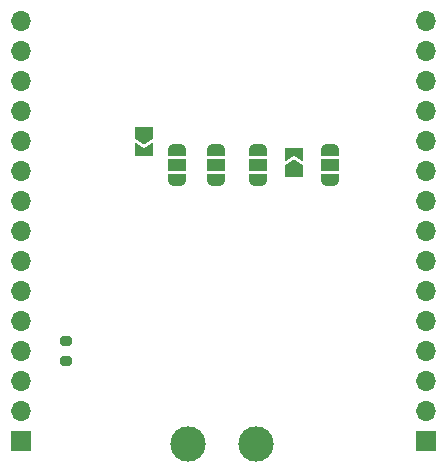
<source format=gbr>
%TF.GenerationSoftware,KiCad,Pcbnew,6.0.6*%
%TF.CreationDate,2022-11-11T11:54:06+01:00*%
%TF.ProjectId,KnxBoard,4b6e7842-6f61-4726-942e-6b696361645f,rev?*%
%TF.SameCoordinates,Original*%
%TF.FileFunction,Soldermask,Bot*%
%TF.FilePolarity,Negative*%
%FSLAX46Y46*%
G04 Gerber Fmt 4.6, Leading zero omitted, Abs format (unit mm)*
G04 Created by KiCad (PCBNEW 6.0.6) date 2022-11-11 11:54:06*
%MOMM*%
%LPD*%
G01*
G04 APERTURE LIST*
G04 Aperture macros list*
%AMRoundRect*
0 Rectangle with rounded corners*
0 $1 Rounding radius*
0 $2 $3 $4 $5 $6 $7 $8 $9 X,Y pos of 4 corners*
0 Add a 4 corners polygon primitive as box body*
4,1,4,$2,$3,$4,$5,$6,$7,$8,$9,$2,$3,0*
0 Add four circle primitives for the rounded corners*
1,1,$1+$1,$2,$3*
1,1,$1+$1,$4,$5*
1,1,$1+$1,$6,$7*
1,1,$1+$1,$8,$9*
0 Add four rect primitives between the rounded corners*
20,1,$1+$1,$2,$3,$4,$5,0*
20,1,$1+$1,$4,$5,$6,$7,0*
20,1,$1+$1,$6,$7,$8,$9,0*
20,1,$1+$1,$8,$9,$2,$3,0*%
%AMFreePoly0*
4,1,22,0.550000,-0.750000,0.000000,-0.750000,0.000000,-0.745033,-0.079941,-0.743568,-0.215256,-0.701293,-0.333266,-0.622738,-0.424486,-0.514219,-0.481581,-0.384460,-0.499164,-0.250000,-0.500000,-0.250000,-0.500000,0.250000,-0.499164,0.250000,-0.499963,0.256109,-0.478152,0.396186,-0.417904,0.524511,-0.324060,0.630769,-0.204165,0.706417,-0.067858,0.745374,0.000000,0.744959,0.000000,0.750000,
0.550000,0.750000,0.550000,-0.750000,0.550000,-0.750000,$1*%
%AMFreePoly1*
4,1,20,0.000000,0.744959,0.073905,0.744508,0.209726,0.703889,0.328688,0.626782,0.421226,0.519385,0.479903,0.390333,0.500000,0.250000,0.500000,-0.250000,0.499851,-0.262216,0.476331,-0.402017,0.414519,-0.529596,0.319384,-0.634700,0.198574,-0.708877,0.061801,-0.746166,0.000000,-0.745033,0.000000,-0.750000,-0.550000,-0.750000,-0.550000,0.750000,0.000000,0.750000,0.000000,0.744959,
0.000000,0.744959,$1*%
%AMFreePoly2*
4,1,6,1.000000,0.000000,0.500000,-0.750000,-0.500000,-0.750000,-0.500000,0.750000,0.500000,0.750000,1.000000,0.000000,1.000000,0.000000,$1*%
%AMFreePoly3*
4,1,6,0.500000,-0.750000,-0.650000,-0.750000,-0.150000,0.000000,-0.650000,0.750000,0.500000,0.750000,0.500000,-0.750000,0.500000,-0.750000,$1*%
G04 Aperture macros list end*
%ADD10R,1.700000X1.700000*%
%ADD11O,1.700000X1.700000*%
%ADD12C,3.000000*%
%ADD13RoundRect,0.200000X-0.275000X0.200000X-0.275000X-0.200000X0.275000X-0.200000X0.275000X0.200000X0*%
%ADD14FreePoly0,90.000000*%
%ADD15R,1.500000X1.000000*%
%ADD16FreePoly1,90.000000*%
%ADD17FreePoly2,270.000000*%
%ADD18FreePoly3,270.000000*%
%ADD19FreePoly2,90.000000*%
%ADD20FreePoly3,90.000000*%
G04 APERTURE END LIST*
D10*
%TO.C,J1*%
X120650000Y-72390000D03*
D11*
X120650000Y-69850000D03*
X120650000Y-67310000D03*
X120650000Y-64770000D03*
X120650000Y-62230000D03*
X120650000Y-59690000D03*
X120650000Y-57150000D03*
X120650000Y-54610000D03*
X120650000Y-52070000D03*
X120650000Y-49530000D03*
X120650000Y-46990000D03*
X120650000Y-44450000D03*
X120650000Y-41910000D03*
X120650000Y-39370000D03*
X120650000Y-36830000D03*
%TD*%
D10*
%TO.C,J2*%
X86360000Y-72390000D03*
D11*
X86360000Y-69850000D03*
X86360000Y-67310000D03*
X86360000Y-64770000D03*
X86360000Y-62230000D03*
X86360000Y-59690000D03*
X86360000Y-57150000D03*
X86360000Y-54610000D03*
X86360000Y-52070000D03*
X86360000Y-49530000D03*
X86360000Y-46990000D03*
X86360000Y-44450000D03*
X86360000Y-41910000D03*
X86360000Y-39370000D03*
X86360000Y-36830000D03*
%TD*%
D12*
%TO.C,J4*%
X100503000Y-72634000D03*
X106253000Y-72634000D03*
%TD*%
D13*
%TO.C,R3*%
X90170000Y-63945000D03*
X90170000Y-65595000D03*
%TD*%
D14*
%TO.C,JP4*%
X112522000Y-50322000D03*
D15*
X112522000Y-49022000D03*
D16*
X112522000Y-47722000D03*
%TD*%
D17*
%TO.C,JP7*%
X96774000Y-46265000D03*
D18*
X96774000Y-47715000D03*
%TD*%
D14*
%TO.C,JP2*%
X102870000Y-50322000D03*
D15*
X102870000Y-49022000D03*
D16*
X102870000Y-47722000D03*
%TD*%
D14*
%TO.C,JP1*%
X99568000Y-50322000D03*
D15*
X99568000Y-49022000D03*
D16*
X99568000Y-47722000D03*
%TD*%
D14*
%TO.C,JP3*%
X106426000Y-50322000D03*
D15*
X106426000Y-49022000D03*
D16*
X106426000Y-47722000D03*
%TD*%
D19*
%TO.C,JP6*%
X109474000Y-49493000D03*
D20*
X109474000Y-48043000D03*
%TD*%
M02*

</source>
